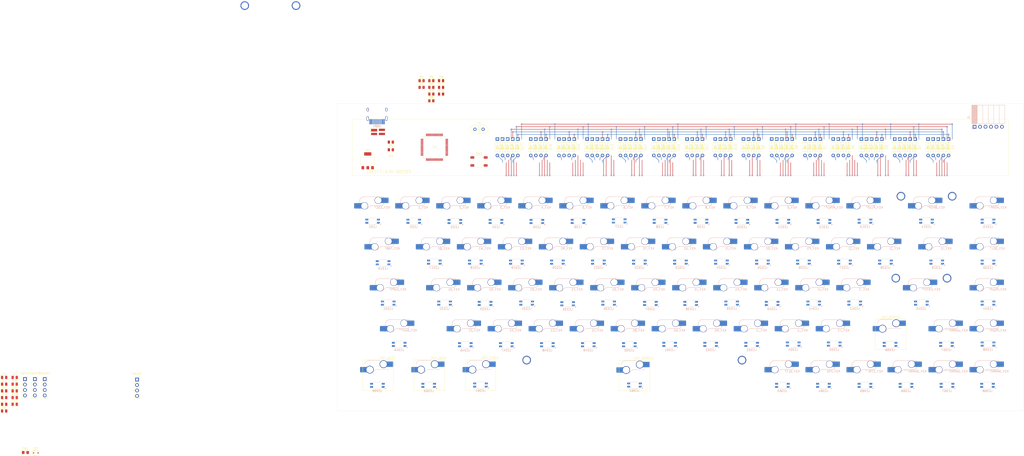
<source format=kicad_pcb>
(kicad_pcb
	(version 20241229)
	(generator "pcbnew")
	(generator_version "9.0")
	(general
		(thickness 1.6)
		(legacy_teardrops no)
	)
	(paper "A3")
	(layers
		(0 "F.Cu" signal)
		(4 "In1.Cu" signal)
		(6 "In2.Cu" signal)
		(2 "B.Cu" signal)
		(9 "F.Adhes" user "F.Adhesive")
		(11 "B.Adhes" user "B.Adhesive")
		(13 "F.Paste" user)
		(15 "B.Paste" user)
		(5 "F.SilkS" user "F.Silkscreen")
		(7 "B.SilkS" user "B.Silkscreen")
		(1 "F.Mask" user)
		(3 "B.Mask" user)
		(17 "Dwgs.User" user "User.Drawings")
		(19 "Cmts.User" user "User.Comments")
		(21 "Eco1.User" user "User.Eco1")
		(23 "Eco2.User" user "User.Eco2")
		(25 "Edge.Cuts" user)
		(27 "Margin" user)
		(31 "F.CrtYd" user "F.Courtyard")
		(29 "B.CrtYd" user "B.Courtyard")
		(35 "F.Fab" user)
		(33 "B.Fab" user)
		(39 "User.1" user)
		(41 "User.2" user)
		(43 "User.3" user)
		(45 "User.4" user)
		(47 "User.5" user)
		(49 "User.6" user)
		(51 "User.7" user)
		(53 "User.8" user)
		(55 "User.9" user)
	)
	(setup
		(stackup
			(layer "F.SilkS"
				(type "Top Silk Screen")
			)
			(layer "F.Paste"
				(type "Top Solder Paste")
			)
			(layer "F.Mask"
				(type "Top Solder Mask")
				(thickness 0.01)
			)
			(layer "F.Cu"
				(type "copper")
				(thickness 0.035)
			)
			(layer "dielectric 1"
				(type "prepreg")
				(thickness 0.1)
				(material "FR4")
				(epsilon_r 4.5)
				(loss_tangent 0.02)
			)
			(layer "In1.Cu"
				(type "copper")
				(thickness 0.035)
			)
			(layer "dielectric 2"
				(type "core")
				(thickness 1.24)
				(material "FR4")
				(epsilon_r 4.5)
				(loss_tangent 0.02)
			)
			(layer "In2.Cu"
				(type "copper")
				(thickness 0.035)
			)
			(layer "dielectric 3"
				(type "prepreg")
				(thickness 0.1)
				(material "FR4")
				(epsilon_r 4.5)
				(loss_tangent 0.02)
			)
			(layer "B.Cu"
				(type "copper")
				(thickness 0.035)
			)
			(layer "B.Mask"
				(type "Bottom Solder Mask")
				(thickness 0.01)
			)
			(layer "B.Paste"
				(type "Bottom Solder Paste")
			)
			(layer "B.SilkS"
				(type "Bottom Silk Screen")
			)
			(copper_finish "HAL lead-free")
			(dielectric_constraints no)
		)
		(pad_to_mask_clearance 0)
		(allow_soldermask_bridges_in_footprints no)
		(tenting front back)
		(grid_origin 44.85125 47.625)
		(pcbplotparams
			(layerselection 0x00000000_00000000_55555555_5755f5ff)
			(plot_on_all_layers_selection 0x00000000_00000000_00000000_00000000)
			(disableapertmacros no)
			(usegerberextensions no)
			(usegerberattributes yes)
			(usegerberadvancedattributes yes)
			(creategerberjobfile yes)
			(dashed_line_dash_ratio 12.000000)
			(dashed_line_gap_ratio 3.000000)
			(svgprecision 4)
			(plotframeref no)
			(mode 1)
			(useauxorigin no)
			(hpglpennumber 1)
			(hpglpenspeed 20)
			(hpglpendiameter 15.000000)
			(pdf_front_fp_property_popups yes)
			(pdf_back_fp_property_popups yes)
			(pdf_metadata yes)
			(pdf_single_document no)
			(dxfpolygonmode yes)
			(dxfimperialunits yes)
			(dxfusepcbnewfont yes)
			(psnegative no)
			(psa4output no)
			(plot_black_and_white yes)
			(sketchpadsonfab no)
			(plotpadnumbers no)
			(hidednponfab no)
			(sketchdnponfab yes)
			(crossoutdnponfab yes)
			(subtractmaskfromsilk no)
			(outputformat 1)
			(mirror no)
			(drillshape 1)
			(scaleselection 1)
			(outputdirectory "")
		)
	)
	(net 0 "")
	(net 1 "GND")
	(net 2 "+3.3V")
	(net 3 "+5V")
	(net 4 "Net-(D3-A)")
	(net 5 "Net-(D4-A)")
	(net 6 "Net-(D5-A)")
	(net 7 "Net-(D6-A)")
	(net 8 "Net-(D7-A)")
	(net 9 "Net-(D8-A)")
	(net 10 "Net-(D9-A)")
	(net 11 "Net-(D10-A)")
	(net 12 "Net-(D11-A)")
	(net 13 "Net-(D12-A)")
	(net 14 "Net-(D13-A)")
	(net 15 "Net-(D14-A)")
	(net 16 "Net-(D15-A)")
	(net 17 "Net-(D16-A)")
	(net 18 "Net-(D17-A)")
	(net 19 "Net-(D18-A)")
	(net 20 "Net-(D19-A)")
	(net 21 "Net-(D20-A)")
	(net 22 "Net-(D21-A)")
	(net 23 "Net-(D22-A)")
	(net 24 "Net-(D23-A)")
	(net 25 "Net-(D29-A)")
	(net 26 "Net-(D30-A)")
	(net 27 "Net-(D31-A)")
	(net 28 "Net-(D32-A)")
	(net 29 "Net-(D33-A)")
	(net 30 "Net-(D24-A)")
	(net 31 "Net-(D25-A)")
	(net 32 "Net-(D26-A)")
	(net 33 "Net-(D27-A)")
	(net 34 "Net-(D28-A)")
	(net 35 "Net-(D34-A)")
	(net 36 "/COL2")
	(net 37 "/COL3")
	(net 38 "/COL4")
	(net 39 "/COL5")
	(net 40 "/COL1")
	(net 41 "Net-(LED1-DOUT)")
	(net 42 "unconnected-(LED1-VDD-Pad1)")
	(net 43 "Net-(U1-OSCIN)")
	(net 44 "Net-(U1-OSCOUT)")
	(net 45 "Net-(U1-VCAP)")
	(net 46 "/NRST")
	(net 47 "/D+")
	(net 48 "/D-")
	(net 49 "/ROW1")
	(net 50 "/ROW2")
	(net 51 "/ROW3")
	(net 52 "/ROW4")
	(net 53 "/ROW5")
	(net 54 "Net-(D35-A)")
	(net 55 "unconnected-(LED1-VSS-Pad4)")
	(net 56 "/UART_TX_EAST")
	(net 57 "/UART_RX_EAST")
	(net 58 "Net-(U1-VDDA)")
	(net 59 "/RGB_DATAIN")
	(net 60 "Net-(D36-A)")
	(net 61 "Net-(D37-A)")
	(net 62 "Net-(D38-A)")
	(net 63 "Net-(D39-A)")
	(net 64 "Net-(D40-A)")
	(net 65 "Net-(D41-A)")
	(net 66 "Net-(D42-A)")
	(net 67 "Net-(D43-A)")
	(net 68 "Net-(D44-A)")
	(net 69 "Net-(D45-A)")
	(net 70 "Net-(D46-A)")
	(net 71 "Net-(D47-A)")
	(net 72 "Net-(D48-A)")
	(net 73 "Net-(D50-A)")
	(net 74 "Net-(D51-A)")
	(net 75 "Net-(D52-A)")
	(net 76 "Net-(D53-A)")
	(net 77 "Net-(D54-A)")
	(net 78 "Net-(D55-A)")
	(net 79 "Net-(D56-A)")
	(net 80 "Net-(D57-A)")
	(net 81 "Net-(D58-A)")
	(net 82 "/UART_TX_NORTH")
	(net 83 "/UART_RX_NORTH")
	(net 84 "Net-(USB1-CC2)")
	(net 85 "Net-(USB1-CC1)")
	(net 86 "Net-(U1-PA11)")
	(net 87 "Net-(U1-PA12)")
	(net 88 "Net-(U1-BOOT)")
	(net 89 "/JTCLK")
	(net 90 "Net-(J1-Pin_2)")
	(net 91 "/JTMS")
	(net 92 "Net-(J1-Pin_4)")
	(net 93 "Net-(J1-Pin_5)")
	(net 94 "Net-(J1-Pin_6)")
	(net 95 "/SWO")
	(net 96 "/UART_TX_SOUTH")
	(net 97 "/UART_RX_SOUTH")
	(net 98 "unconnected-(U1-PB12-Pad33)")
	(net 99 "AGND")
	(net 100 "Net-(D59-A)")
	(net 101 "/UART_TX_WEST")
	(net 102 "unconnected-(U1-PC14-Pad3)")
	(net 103 "unconnected-(U1-PC15-Pad4)")
	(net 104 "Net-(D60-A)")
	(net 105 "Net-(D61-A)")
	(net 106 "Net-(D62-A)")
	(net 107 "unconnected-(U1-PC1-Pad9)")
	(net 108 "unconnected-(U1-PC3-Pad11)")
	(net 109 "Net-(D64-A)")
	(net 110 "unconnected-(U1-PC2-Pad10)")
	(net 111 "Net-(D65-A)")
	(net 112 "Net-(D68-A)")
	(net 113 "/UART_RX_WEST")
	(net 114 "Net-(D71-A)")
	(net 115 "Net-(D72-A)")
	(net 116 "Net-(D73-A)")
	(net 117 "unconnected-(U1-PC0-Pad8)")
	(net 118 "unconnected-(U1-PC13-Pad2)")
	(net 119 "Net-(D2-A)")
	(net 120 "unconnected-(USB1-SBU2-Pad3)")
	(net 121 "unconnected-(USB1-SBU1-Pad9)")
	(net 122 "unconnected-(U1-PB8-Pad61)")
	(net 123 "unconnected-(U1-PB9-Pad62)")
	(net 124 "Net-(D74-A)")
	(net 125 "Net-(D75-A)")
	(net 126 "Net-(D76-A)")
	(net 127 "/COL12")
	(net 128 "/COL9")
	(net 129 "/COL10")
	(net 130 "/COL11")
	(net 131 "/COL6")
	(net 132 "/COL7")
	(net 133 "/COL8")
	(net 134 "/COL14")
	(net 135 "/COL13")
	(net 136 "/COL15")
	(net 137 "unconnected-(U1-PC4-Pad24)")
	(net 138 "unconnected-(LED1-DIN-Pad3)")
	(net 139 "Net-(LED2-DOUT)")
	(net 140 "unconnected-(LED2-VSS-Pad4)")
	(net 141 "unconnected-(LED2-VDD-Pad1)")
	(net 142 "unconnected-(LED3-VSS-Pad4)")
	(net 143 "unconnected-(LED3-VDD-Pad1)")
	(net 144 "Net-(LED3-DOUT)")
	(net 145 "unconnected-(LED4-VDD-Pad1)")
	(net 146 "unconnected-(LED4-VSS-Pad4)")
	(net 147 "Net-(LED4-DOUT)")
	(net 148 "unconnected-(LED5-VDD-Pad1)")
	(net 149 "Net-(LED5-DOUT)")
	(net 150 "unconnected-(LED5-VSS-Pad4)")
	(net 151 "unconnected-(LED6-VDD-Pad1)")
	(net 152 "unconnected-(LED6-VSS-Pad4)")
	(net 153 "Net-(LED6-DOUT)")
	(net 154 "unconnected-(LED7-VDD-Pad1)")
	(net 155 "unconnected-(LED7-VSS-Pad4)")
	(net 156 "Net-(LED7-DOUT)")
	(net 157 "Net-(LED8-DOUT)")
	(net 158 "unconnected-(LED8-VDD-Pad1)")
	(net 159 "unconnected-(LED8-VSS-Pad4)")
	(net 160 "Net-(LED10-DIN)")
	(net 161 "unconnected-(LED9-VDD-Pad1)")
	(net 162 "unconnected-(LED9-VSS-Pad4)")
	(net 163 "Net-(LED10-DOUT)")
	(net 164 "unconnected-(LED10-VDD-Pad1)")
	(net 165 "unconnected-(LED10-VSS-Pad4)")
	(net 166 "Net-(LED11-DOUT)")
	(net 167 "unconnected-(LED11-VDD-Pad1)")
	(net 168 "unconnected-(LED11-VSS-Pad4)")
	(net 169 "unconnected-(LED12-VDD-Pad1)")
	(net 170 "unconnected-(LED12-VSS-Pad4)")
	(net 171 "Net-(LED12-DOUT)")
	(net 172 "Net-(LED13-DOUT)")
	(net 173 "unconnected-(LED13-VSS-Pad4)")
	(net 174 "unconnected-(LED13-VDD-Pad1)")
	(net 175 "unconnected-(LED14-VDD-Pad1)")
	(net 176 "Net-(LED14-DOUT)")
	(net 177 "unconnected-(LED14-VSS-Pad4)")
	(net 178 "unconnected-(LED15-VSS-Pad4)")
	(net 179 "Net-(LED15-DOUT)")
	(net 180 "unconnected-(LED15-VDD-Pad1)")
	(net 181 "Net-(LED16-DOUT)")
	(net 182 "unconnected-(LED16-VDD-Pad1)")
	(net 183 "unconnected-(LED16-VSS-Pad4)")
	(net 184 "unconnected-(LED17-VDD-Pad1)")
	(net 185 "unconnected-(LED17-VSS-Pad4)")
	(net 186 "Net-(LED17-DOUT)")
	(net 187 "unconnected-(LED18-VDD-Pad1)")
	(net 188 "unconnected-(LED18-VSS-Pad4)")
	(net 189 "Net-(LED18-DOUT)")
	(net 190 "Net-(LED19-DOUT)")
	(net 191 "unconnected-(LED19-VDD-Pad1)")
	(net 192 "unconnected-(LED19-VSS-Pad4)")
	(net 193 "unconnected-(LED20-VSS-Pad4)")
	(net 194 "unconnected-(LED20-VDD-Pad1)")
	(net 195 "Net-(LED20-DOUT)")
	(net 196 "unconnected-(LED21-VSS-Pad4)")
	(net 197 "unconnected-(LED21-VDD-Pad1)")
	(net 198 "Net-(LED21-DOUT)")
	(net 199 "unconnected-(LED22-VSS-Pad4)")
	(net 200 "Net-(LED22-DOUT)")
	(net 201 "unconnected-(LED22-VDD-Pad1)")
	(net 202 "Net-(LED23-DOUT)")
	(net 203 "unconnected-(LED23-VDD-Pad1)")
	(net 204 "unconnected-(LED23-VSS-Pad4)")
	(net 205 "unconnected-(LED24-VDD-Pad1)")
	(net 206 "Net-(LED24-DOUT)")
	(net 207 "unconnected-(LED24-VSS-Pad4)")
	(net 208 "unconnected-(LED25-VSS-Pad4)")
	(net 209 "unconnected-(LED25-VDD-Pad1)")
	(net 210 "Net-(LED25-DOUT)")
	(net 211 "Net-(LED26-DOUT)")
	(net 212 "unconnected-(LED26-VSS-Pad4)")
	(net 213 "unconnected-(LED26-VDD-Pad1)")
	(net 214 "unconnected-(LED27-VSS-Pad4)")
	(net 215 "unconnected-(LED27-VDD-Pad1)")
	(net 216 "Net-(LED27-DOUT)")
	(net 217 "unconnected-(LED28-VSS-Pad4)")
	(net 218 "unconnected-(LED28-VDD-Pad1)")
	(net 219 "Net-(LED28-DOUT)")
	(net 220 "unconnected-(LED29-VDD-Pad1)")
	(net 221 "Net-(LED29-DOUT)")
	(net 222 "unconnected-(LED29-VSS-Pad4)")
	(net 223 "Net-(LED30-DOUT)")
	(net 224 "unconnected-(LED30-VSS-Pad4)")
	(net 225 "unconnected-(LED30-VDD-Pad1)")
	(net 226 "Net-(LED31-DOUT)")
	(net 227 "unconnected-(LED31-VSS-Pad4)")
	(net 228 "unconnected-(LED31-VDD-Pad1)")
	(net 229 "unconnected-(LED32-VSS-Pad4)")
	(net 230 "unconnected-(LED32-VDD-Pad1)")
	(net 231 "Net-(LED32-DOUT)")
	(net 232 "unconnected-(LED33-VSS-Pad4)")
	(net 233 "unconnected-(LED33-VDD-Pad1)")
	(net 234 "Net-(LED33-DOUT)")
	(net 235 "unconnected-(LED34-VDD-Pad1)")
	(net 236 "Net-(LED34-DOUT)")
	(net 237 "unconnected-(LED34-VSS-Pad4)")
	(net 238 "unconnected-(LED35-VSS-Pad4)")
	(net 239 "Net-(LED35-DOUT)")
	(net 240 "unconnected-(LED35-VDD-Pad1)")
	(net 241 "Net-(LED36-DOUT)")
	(net 242 "unconnected-(LED36-VDD-Pad1)")
	(net 243 "unconnected-(LED36-VSS-Pad4)")
	(net 244 "unconnected-(LED37-VSS-Pad4)")
	(net 245 "unconnected-(LED37-VDD-Pad1)")
	(net 246 "Net-(LED37-DOUT)")
	(net 247 "unconnected-(LED38-VSS-Pad4)")
	(net 248 "unconnected-(LED38-VDD-Pad1)")
	(net 249 "Net-(LED38-DOUT)")
	(net 250 "unconnected-(LED39-VDD-Pad1)")
	(net 251 "Net-(LED39-DOUT)")
	(net 252 "unconnected-(LED39-VSS-Pad4)")
	(net 253 "Net-(LED40-DOUT)")
	(net 254 "unconnected-(LED40-VSS-Pad4)")
	(net 255 "unconnected-(LED40-VDD-Pad1)")
	(net 256 "unconnected-(LED41-VSS-Pad4)")
	(net 257 "Net-(LED41-DOUT)")
	(net 258 "unconnected-(LED41-VDD-Pad1)")
	(net 259 "unconnected-(LED42-VDD-Pad1)")
	(net 260 "unconnected-(LED42-VSS-Pad4)")
	(net 261 "Net-(LED42-DOUT)")
	(net 262 "unconnected-(LED43-VSS-Pad4)")
	(net 263 "unconnected-(LED43-VDD-Pad1)")
	(net 264 "Net-(LED43-DOUT)")
	(net 265 "Net-(LED44-DOUT)")
	(net 266 "unconnected-(LED44-VSS-Pad4)")
	(net 267 "unconnected-(LED44-VDD-Pad1)")
	(net 268 "Net-(LED45-DOUT)")
	(net 269 "unconnected-(LED45-VSS-Pad4)")
	(net 270 "unconnected-(LED45-VDD-Pad1)")
	(net 271 "Net-(LED46-DOUT)")
	(net 272 "unconnected-(LED46-VDD-Pad1)")
	(net 273 "unconnected-(LED46-VSS-Pad4)")
	(net 274 "Net-(LED47-DOUT)")
	(net 275 "unconnected-(LED47-VSS-Pad4)")
	(net 276 "unconnected-(LED47-VDD-Pad1)")
	(net 277 "unconnected-(LED48-VDD-Pad1)")
	(net 278 "unconnected-(LED48-VSS-Pad4)")
	(net 279 "Net-(LED48-DOUT)")
	(net 280 "unconnected-(LED49-VDD-Pad1)")
	(net 281 "unconnected-(LED49-VSS-Pad4)")
	(net 282 "Net-(LED49-DOUT)")
	(net 283 "Net-(LED50-DOUT)")
	(net 284 "unconnected-(LED50-VDD-Pad1)")
	(net 285 "unconnected-(LED50-VSS-Pad4)")
	(net 286 "unconnected-(LED51-VDD-Pad1)")
	(net 287 "unconnected-(LED51-VSS-Pad4)")
	(net 288 "Net-(LED51-DOUT)")
	(net 289 "unconnected-(LED52-VDD-Pad1)")
	(net 290 "Net-(LED52-DOUT)")
	(net 291 "unconnected-(LED52-VSS-Pad4)")
	(net 292 "unconnected-(LED53-VDD-Pad1)")
	(net 293 "unconnected-(LED53-VSS-Pad4)")
	(net 294 "Net-(LED53-DOUT)")
	(net 295 "Net-(LED54-DOUT)")
	(net 296 "unconnected-(LED54-VDD-Pad1)")
	(net 297 "unconnected-(LED54-VSS-Pad4)")
	(net 298 "unconnected-(LED55-VDD-Pad1)")
	(net 299 "unconnected-(LED55-VSS-Pad4)")
	(net 300 "Net-(LED55-DOUT)")
	(net 301 "unconnected-(LED56-VDD-Pad1)")
	(net 302 "Net-(LED56-DOUT)")
	(net 303 "unconnected-(LED56-VSS-Pad4)")
	(net 304 "unconnected-(LED57-VDD-Pad1)")
	(net 305 "Net-(LED57-DOUT)")
	(net 306 "unconnected-(LED57-VSS-Pad4)")
	(net 307 "Net-(LED58-DOUT)")
	(net 308 "unconnected-(LED58-VDD-Pad1)")
	(net 309 "unconnected-(LED58-VSS-Pad4)")
	(net 310 "unconnected-(LED59-VDD-Pad1)")
	(net 311 "Net-(LED59-DOUT)")
	(net 312 "unconnected-(LED59-VSS-Pad4)")
	(net 313 "Net-(LED60-DOUT)")
	(net 314 "unconnected-(LED60-VDD-Pad1)")
	(net 315 "unconnected-(LED60-VSS-Pad4)")
	(net 316 "Net-(LED61-DOUT)")
	(net 317 "unconnected-(LED61-VSS-Pad4)")
	(net 318 "unconnected-(LED61-VDD-Pad1)")
	(net 319 "unconnected-(LED62-VDD-Pad1)")
	(net 320 "unconnected-(LED62-VSS-Pad4)")
	(net 321 "Net-(LED62-DOUT)")
	(net 322 "unconnected-(LED63-VDD-Pad1)")
	(net 323 "unconnected-(LED63-VSS-Pad4)")
	(net 324 "Net-(LED63-DOUT)")
	(net 325 "unconnected-(LED64-VDD-Pad1)")
	(net 326 "unconnected-(LED64-VSS-Pad4)")
	(net 327 "Net-(LED64-DOUT)")
	(net 328 "unconnected-(LED65-VDD-Pad1)")
	(net 329 "Net-(LED65-DOUT)")
	(net 330 "unconnected-(LED65-VSS-Pad4)")
	(net 331 "unconnected-(LED66-VSS-Pad4)")
	(net 332 "Net-(LED66-DOUT)")
	(net 333 "unconnected-(LED66-VDD-Pad1)")
	(net 334 "unconnected-(LED67-VSS-Pad4)")
	(net 335 "unconnected-(LED67-VDD-Pad1)")
	(net 336 "Net-(LED67-DOUT)")
	(net 337 "unconnected-(LED68-VDD-Pad1)")
	(net 338 "unconnected-(LED68-VSS-Pad4)")
	(net 339 "unconnected-(LED68-DOUT-Pad2)")
	(net 340 "unconnected-(U1-PA6-Pad22)")
	(net 341 "unconnected-(U1-PA4-Pad20)")
	(net 342 "unconnected-(U1-PA7-Pad23)")
	(footprint "PCM_Resistor_SMD_AKL:R_0805_2012Metric" (layer "F.Cu") (at 88.661875 40.029375))
	(footprint "PCM_Diode_THT_AKL:D_DO-35_SOD27_P7.62mm_Horizontal" (layer "F.Cu") (at 308.667375 64.055625 -90))
	(footprint "PCM_Capacitor_SMD_AKL:C_0805_2012Metric" (layer "F.Cu") (at -104.862924 178.02825))
	(footprint "PCM_Diode_THT_AKL:D_DO-35_SOD27_P7.62mm_Horizontal" (layer "F.Cu") (at 233.658 64.055625 -90))
	(footprint "PCM_Diode_THT_AKL:D_DO-35_SOD27_P7.62mm_Horizontal" (layer "F.Cu") (at 191.986125 64.055625 -90))
	(footprint "PCM_Diode_THT_AKL:D_DO-35_SOD27_P7.62mm_Horizontal" (layer "F.Cu") (at 277.711125 64.055625 -90))
	(footprint "PCM_Diode_THT_AKL:D_DO-35_SOD27_P7.62mm_Horizontal" (layer "F.Cu") (at 311.048625 64.055625 -90))
	(footprint "PCM_marbastlib-mx:STAB_MX_P_2u" (layer "F.Cu") (at 318.695 97.63125))
	(footprint "PCM_Diode_THT_AKL:D_DO-35_SOD27_P7.62mm_Horizontal" (layer "F.Cu") (at 212.22675 64.055625 -90))
	(footprint "PCM_Resistor_SMD_AKL:R_0805_2012Metric" (layer "F.Cu") (at 93.181875 43.149375))
	(footprint "PCM_Diode_THT_AKL:D_DO-35_SOD27_P7.62mm_Horizontal" (layer "F.Cu") (at 326.52675 64.055625 -90))
	(footprint "PCM_Diode_THT_AKL:D_DO-35_SOD27_P7.62mm_Horizontal" (layer "F.Cu") (at 328.908 64.055625 -90))
	(footprint "PCM_Switch_Keyboard_Hotswap_Kailh:SW_Hotswap_Kailh_MX_Plated_1.25u" (layer "F.Cu") (at 111.52625 173.83125))
	(footprint "PCM_Diode_THT_AKL:D_DO-35_SOD27_P7.62mm_Horizontal" (layer "F.Cu") (at 295.5705 64.055625 -90))
	(footprint "PCM_Switch_Keyboard_Hotswap_Kailh:SW_Hotswap_Kailh_MX_Plated_1.25u" (layer "F.Cu") (at 182.96375 173.99))
	(footprint "PCM_Diode_THT_AKL:D_DO-35_SOD27_P7.62mm_Horizontal" (layer "F.Cu") (at 163.411125 64.055625 -90))
	(footprint "PCM_Diode_THT_AKL:D_DO-35_SOD27_P7.62mm_Horizontal" (layer "F.Cu") (at 288.42675 64.055625 -90))
	(footprint "Connector_PinSocket_2.54mm:PinSocket_1x04_P2.54mm_Vertical" (layer "F.Cu") (at -95.500606 175.67325))
	(footprint "PCM_Resistor_SMD_AKL:R_0805_2012Metric" (layer "F.Cu") (at 88.661875 36.909375))
	(footprint "PCM_Resistor_SMD_AKL:R_0805_2012Metric" (layer "F.Cu") (at 93.181875 40.029375))
	(footprint "Connector_PinSocket_2.54mm:PinSocket_1x04_P2.54mm_Vertical" (layer "F.Cu") (at -48.0175 175.895))
	(footprint "PCM_Diode_THT_AKL:D_DO-35_SOD27_P7.62mm_Horizontal" (layer "F.Cu") (at 251.517375 64.055625 -90))
	(footprint "PCM_Diode_THT_AKL:D_DO-35_SOD27_P7.62mm_Horizontal" (layer "F.Cu") (at 253.898625 64.055625 -90))
	(footprint "PCM_Diode_THT_AKL:D_DO-35_SOD27_P7.62mm_Horizontal" (layer "F.Cu") (at 121.73925 64.055625 -90))
	(footprint "PCM_Diode_THT_AKL:D_DO-35_SOD27_P7.62mm_Horizontal" (layer "F.Cu") (at 128.883 64.055625 -90))
	(footprint "PCM_Diode_THT_AKL:D_DO-35_SOD27_P7.62mm_Horizontal" (layer "F.Cu") (at 186.033 64.055625 -90))
	(footprint "PCM_Diode_THT_AKL:D_DO-35_SOD27_P7.62mm_Horizontal" (layer "F.Cu") (at 222.942375 64.055625 -90))
	(footprint "PCM_Diode_THT_AKL:D_DO-35_SOD27_P7.62mm_Horizontal"
		(layer "F.Cu")
		(uuid "3e7581eb-ba76-47fa-af5a-aaf45363d4f7")
		(at 152.6955 64.055625 -90)
		(descr "Diode, DO-35_SOD27 series, Axial, Horizontal, pin pitch=7.62mm, , length*diameter=4*2mm^2, , http://www.diodes.com/_files/packages/DO-35.pdf, Alternate KiCad Library")
		(tags "Diode DO-35_SOD27 series Axial Horizontal pin pitch 7.62mm  length 4mm diameter 2mm")
		(property "Reference" "D33"
			(at 3.81 -2.12 90)
			(layer "F.SilkS")
			(uuid "658fe82d-779f-4942-a7d0-0c13043517c0")
			(effects
				(font
					(size 1 1)
					(thickness 0.15)
				)
			)
		)
		(property "Value" "1N4148W"
			(at 3.81 2.12 90)
			(layer "F.Fab")
			(hide yes)
			(uuid "ca22d178-93ba-403b-a55c-9f1f5c622b05")
			(effects
				(font
					(size 1 1)
					(thickness 0.15)
				)
			)
		)
		(property "Datasheet" ""
			(at 0 0 90)
			(layer "F.Fab")
			(hide yes)
			(uuid "61a4e31f-d80d-457c-9a40-86159177b807")
			(effects
				(font
					(size 1.27 1.27)
					(thickness 0.15)
				)
			)
		)
		(property "Description" ""
			(at 0 0 90)
			(layer "F.Fab")
			(hide yes)
			(uuid "539ed92d-fc3b-45b0-b0d9-ee9944635043")
			(effects
				(font
					(size 1.27 1.27)
					(thickness 0.15)
				)
			)
		)
		(property ki_fp_filters "TO-???* *_Diode_* *SingleDiode* D_*")
		(path "/1d905906-6e74-4741-8b2e-53dc470a7c79/f003b52d-6156-4053-a298-6045bff0c97d")
		(sheetname "/Keymatrix/")
		(sheetfile "matrixrot.kicad_sch")
		(attr through_hole)
		(fp_line
			(start 1.69 1.12)
			(end 5.93 1.12)
			(stroke
				(width 0.12)
				(type solid)
			)
			(layer "F.SilkS")
			(uuid "b3fbfc38-02d7-4108-b789-c6db1b80d7a5")
		)
		(fp_line
			(start 5.93 1.12)
			(end 5.93 -1.12)
			(stroke
				(width 0.12)
				(type solid)
			)
			(layer "F.SilkS")
			(uuid "11eb8112-8fc7-4e80-b46a-82ec779db944")
		)
		(fp_line
			(start 1.04 0)
			(end 1.69 0)
			(stroke
				(width 0.12)
				(type solid)
			)
			(layer "F.SilkS")
			(uuid "b0c51e75-a08d-4943-8d62-781adb41e166")
		)
		(fp_line
			(start 1.651 0)
			(end 3.048 0)
			(stroke
				(width 0.
... [2154613 chars truncated]
</source>
